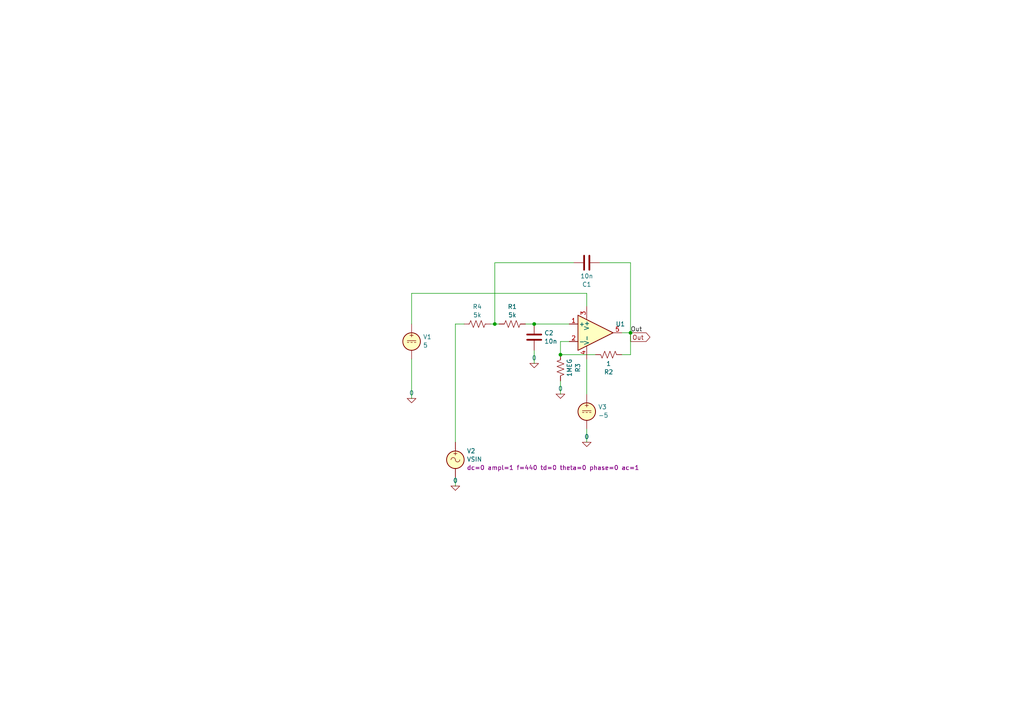
<source format=kicad_sch>
(kicad_sch (version 20231120) (generator "eeschema") (generator_version "8.0")
  (paper "A4")
  (lib_symbols
    (symbol "Device:C" (pin_numbers hide) (pin_names (offset 0.254))
      (property "Reference" "C" (at 0.635 2.54 0))
      (property "Value" "C" (at 0.635 -2.54 0))
      (symbol "C_0_1"
        (polyline (pts (xy -2.032 -0.762) (xy 2.032 -0.762)) (stroke (width 0.508)))
        (polyline (pts (xy -2.032 0.762) (xy 2.032 0.762)) (stroke (width 0.508)))
      )
      (symbol "C_1_1"
        (pin passive line (at 0 3.81 270) (length 2.794) (name "~") (number "1"))
        (pin passive line (at 0 -3.81 90) (length 2.794) (name "~") (number "2"))
      )
    )
    (symbol "Device:R_US" (pin_numbers hide) (pin_names (offset 0))
      (property "Reference" "R" (at 2.54 0 90))
      (property "Value" "R_US" (at -2.54 0 90))
      (symbol "R_US_0_1"
        (polyline (pts (xy 0 -2.286) (xy 0 -2.54)))
        (polyline (pts (xy 0 2.286) (xy 0 2.54)))
        (polyline (pts (xy 0 -0.762) (xy 1.016 -1.143) (xy 0 -1.524) (xy -1.016 -1.905) (xy 0 -2.286)))
        (polyline (pts (xy 0 0.762) (xy 1.016 0.381) (xy 0 0) (xy -1.016 -0.381) (xy 0 -0.762)))
        (polyline (pts (xy 0 2.286) (xy 1.016 1.905) (xy 0 1.524) (xy -1.016 1.143) (xy 0 0.762)))
      )
      (symbol "R_US_1_1"
        (pin passive line (at 0 3.81 270) (length 1.27) (name "~") (number "1"))
        (pin passive line (at 0 -3.81 90) (length 1.27) (name "~") (number "2"))
      )
    )
    (symbol "Simulation_SPICE:0" (power) (pin_numbers hide) (pin_names (offset 0) hide)
      (property "Value" "0" (at 0 -2.54 0))
      (symbol "0_0_1"
        (polyline (pts (xy -1.27 0) (xy 0 -1.27) (xy 1.27 0) (xy -1.27 0)))
      )
      (symbol "0_1_1"
        (pin power_in line (at 0 0 0) (length 0) (name "~") (number "1"))
      )
    )
    (symbol "Simulation_SPICE:OPAMP" (pin_names (offset 0.254))
      (property "Reference" "U" (at 3.81 3.175 0))
      (property "Value" "${SIM.PARAMS}" (at 3.81 -3.175 0))
      (symbol "OPAMP_0_1"
        (polyline (pts (xy 5.08 0) (xy -5.08 5.08) (xy -5.08 -5.08) (xy 5.08 0)) (stroke (width 0.254)) (fill (type background)))
      )
      (symbol "OPAMP_1_1"
        (pin input line (at -7.62 2.54 0) (length 2.54) (name "+") (number "1"))
        (pin input line (at -7.62 -2.54 0) (length 2.54) (name "-") (number "2"))
        (pin power_in line (at -2.54 7.62 270) (length 3.81) (name "V+") (number "3"))
        (pin power_in line (at -2.54 -7.62 90) (length 3.81) (name "V-") (number "4"))
        (pin output line (at 7.62 0 180) (length 2.54) (name "~") (number "5"))
      )
    )
    (symbol "Simulation_SPICE:VDC" (pin_numbers hide) (pin_names (offset 0.0254))
      (property "Reference" "V" (at 2.54 2.54 0))
      (property "Value" "1" (at 2.54 0 0))
      (symbol "VDC_0_0"
        (polyline (pts (xy -1.27 0.254) (xy 1.27 0.254)))
        (polyline (pts (xy -0.762 -0.254) (xy -1.27 -0.254)))
        (polyline (pts (xy 0.254 -0.254) (xy -0.254 -0.254)))
        (polyline (pts (xy 1.27 -0.254) (xy 0.762 -0.254)))
        (text "+" (at 0 1.905 0) (effects (font (size 1.27 1.27))))
      )
      (symbol "VDC_0_1"
        (circle (center 0 0) (radius 2.54) (stroke (width 0.254)) (fill (type background)))
      )
      (symbol "VDC_1_1"
        (pin passive line (at 0 5.08 270) (length 2.54) (name "~") (number "1"))
        (pin passive line (at 0 -5.08 90) (length 2.54) (name "~") (number "2"))
      )
    )
    (symbol "Simulation_SPICE:VSIN" (pin_numbers hide) (pin_names (offset 0.0254))
      (property "Reference" "V" (at 2.54 2.54 0))
      (property "Value" "VSIN" (at 2.54 0 0))
      (property "Sim.Params" "dc=0 ampl=1 f=1k ac=1" (at 2.54 -2.54 0))
      (symbol "VSIN_0_0"
        (arc (start 0 0) (mid -0.635 0.6323) (end -1.27 0))
        (arc (start 0 0) (mid 0.635 -0.6323) (end 1.27 0))
        (text "+" (at 0 1.905 0) (effects (font (size 1.27 1.27))))
      )
      (symbol "VSIN_0_1"
        (circle (center 0 0) (radius 2.54) (stroke (width 0.254)) (fill (type background)))
      )
      (symbol "VSIN_1_1"
        (pin passive line (at 0 5.08 270) (length 2.54) (name "~") (number "1"))
        (pin passive line (at 0 -5.08 90) (length 2.54) (name "~") (number "2"))
      )
    )
  )
  (junction (at 154.94 93.98))
  (junction (at 143.51 93.98))
  (junction (at 162.56 102.87))
  (junction (at 182.88 96.52))
  (wire (pts (xy 165.1 99.06) (xy 162.56 99.06)))
  (wire (pts (xy 119.38 104.14) (xy 119.38 115.57)))
  (wire (pts (xy 119.38 85.09) (xy 119.38 93.98)))
  (wire (pts (xy 154.94 93.98) (xy 165.1 93.98)))
  (wire (pts (xy 143.51 76.2) (xy 143.51 93.98)))
  (wire (pts (xy 166.37 76.2) (xy 143.51 76.2)))
  (wire (pts (xy 143.51 93.98) (xy 144.78 93.98)))
  (wire (pts (xy 132.08 138.43) (xy 132.08 140.97)))
  (wire (pts (xy 170.18 85.09) (xy 119.38 85.09)))
  (wire (pts (xy 170.18 88.9) (xy 170.18 85.09)))
  (wire (pts (xy 180.34 102.87) (xy 182.88 102.87)))
  (wire (pts (xy 170.18 128.27) (xy 170.18 124.46)))
  (wire (pts (xy 182.88 96.52) (xy 180.34 96.52)))
  (wire (pts (xy 152.4 93.98) (xy 154.94 93.98)))
  (wire (pts (xy 162.56 102.87) (xy 172.72 102.87)))
  (wire (pts (xy 162.56 99.06) (xy 162.56 102.87)))
  (wire (pts (xy 132.08 93.98) (xy 132.08 128.27)))
  (wire (pts (xy 182.88 102.87) (xy 182.88 96.52)))
  (wire (pts (xy 142.24 93.98) (xy 143.51 93.98)))
  (wire (pts (xy 132.08 93.98) (xy 134.62 93.98)))
  (wire (pts (xy 182.88 76.2) (xy 182.88 96.52)))
  (wire (pts (xy 170.18 104.14) (xy 170.18 114.3)))
  (wire (pts (xy 173.99 76.2) (xy 182.88 76.2)))
  (wire (pts (xy 154.94 105.41) (xy 154.94 101.6)))
  (wire (pts (xy 162.56 114.3) (xy 162.56 110.49)))
  (label "Out" (at 182.88 96.52 0))
  (global_label "Out" (shape output) (at 182.88 97.79 0) (property "Intersheetrefs" "${INTERSHEET_REFS}" (effects (hide yes))))
  (symbol (lib_id "Simulation_SPICE:VDC") (at 170.18 119.38 0) (unit 1)
    (property "Reference" "V3" (at 173.482 118.038 0) (effects (justify left)))
    (property "Value" "-5" (at 173.482 120.4623 0) (effects (justify left)))
    (property "Datasheet" "https://ngspice.sourceforge.io/docs/ngspice-html-manual/manual.xhtml#sec_Independent_Sources_for" (effects (hide yes)))
    (property "Description" "Voltage source, DC" (effects (hide yes)))
    (property "Sim.Pins" "1=+ 2=-" (effects (hide yes)))
    (property "Sim.Type" "DC" (effects (hide yes)))
    (property "Sim.Device" "V" (effects (hide yes)))
  )
  (symbol (lib_id "Device:C") (at 170.18 76.2 270) (unit 1)
    (property "Reference" "C1" (at 170.18 82.5035 90))
    (property "Value" "10n" (at 170.18 80.0792 90))
    (property "Description" "Unpolarized capacitor" (effects (hide yes)))
  )
  (symbol (lib_id "Simulation_SPICE:0") (at 162.56 114.3 0) (unit 1)
    (property "Reference" "#GND03" (effects (hide yes)))
    (property "Value" "0" (at 162.56 112.7069 0))
    (property "Datasheet" "https://ngspice.sourceforge.io/docs/ngspice-html-manual/manual.xhtml#subsec_Circuit_elements__device" (effects (hide yes)))
    (property "Description" "0V reference potential for simulation" (effects (hide yes)))
  )
  (symbol (lib_id "Device:C") (at 154.94 97.79 180) (unit 1)
    (property "Reference" "C2" (at 157.861 96.5778 0) (effects (justify right)))
    (property "Value" "10n" (at 157.861 99.0021 0) (effects (justify right)))
    (property "Description" "Unpolarized capacitor" (effects (hide yes)))
  )
  (symbol (lib_id "Simulation_SPICE:VDC") (at 119.38 99.06 0) (unit 1)
    (property "Reference" "V1" (at 122.682 97.718 0) (effects (justify left)))
    (property "Value" "5" (at 122.682 100.1423 0) (effects (justify left)))
    (property "Datasheet" "https://ngspice.sourceforge.io/docs/ngspice-html-manual/manual.xhtml#sec_Independent_Sources_for" (effects (hide yes)))
    (property "Description" "Voltage source, DC" (effects (hide yes)))
    (property "Sim.Pins" "1=+ 2=-" (effects (hide yes)))
    (property "Sim.Type" "DC" (effects (hide yes)))
    (property "Sim.Device" "V" (effects (hide yes)))
  )
  (symbol (lib_id "Simulation_SPICE:0") (at 119.38 115.57 0) (unit 1)
    (property "Reference" "#GND01" (effects (hide yes)))
    (property "Value" "0" (at 119.38 113.9769 0))
    (property "Datasheet" "https://ngspice.sourceforge.io/docs/ngspice-html-manual/manual.xhtml#subsec_Circuit_elements__device" (effects (hide yes)))
    (property "Description" "0V reference potential for simulation" (effects (hide yes)))
  )
  (symbol (lib_id "Simulation_SPICE:VSIN") (at 132.08 133.35 0) (unit 1)
    (property "Reference" "V2" (at 135.382 130.7959 0) (effects (justify left)))
    (property "Value" "VSIN" (at 135.382 133.2202 0) (effects (justify left)))
    (property "Datasheet" "https://ngspice.sourceforge.io/docs/ngspice-html-manual/manual.xhtml#sec_Independent_Sources_for" (effects (hide yes)))
    (property "Description" "Voltage source, sinusoidal" (effects (hide yes)))
    (property "Sim.Pins" "1=+ 2=-" (effects (hide yes)))
    (property "Sim.Params" "dc=0 ampl=1 f=440 td=0 theta=0 phase=0 ac=1" (at 135.382 135.6445 0) (effects (justify left)))
    (property "Sim.Type" "SIN" (effects (hide yes)))
    (property "Sim.Device" "V" (effects (hide yes)))
  )
  (symbol (lib_id "Device:R_US") (at 162.56 106.68 0) (mirror x) (unit 1)
    (property "Reference" "R3" (at 167.5935 106.68 90))
    (property "Value" "1MEG" (at 165.1692 106.68 90))
    (property "Description" "Resistor, US symbol" (effects (hide yes)))
    (property "Sim.Device" "R" (effects (hide yes)))
    (property "Sim.Pins" "1=+ 2=-" (effects (hide yes)))
  )
  (symbol (lib_id "Device:R_US") (at 148.59 93.98 90) (unit 1)
    (property "Reference" "R1" (at 148.59 88.9465 90))
    (property "Value" "5k" (at 148.59 91.3708 90))
    (property "Description" "Resistor, US symbol" (effects (hide yes)))
    (property "Sim.Device" "R" (effects (hide yes)))
    (property "Sim.Pins" "1=+ 2=-" (effects (hide yes)))
  )
  (symbol (lib_id "Simulation_SPICE:0") (at 170.18 128.27 0) (unit 1)
    (property "Reference" "#GND02" (effects (hide yes)))
    (property "Value" "0" (at 170.18 126.6769 0))
    (property "Datasheet" "https://ngspice.sourceforge.io/docs/ngspice-html-manual/manual.xhtml#subsec_Circuit_elements__device" (effects (hide yes)))
    (property "Description" "0V reference potential for simulation" (effects (hide yes)))
  )
  (symbol (lib_id "Simulation_SPICE:0") (at 154.94 105.41 0) (unit 1)
    (property "Reference" "#GND04" (effects (hide yes)))
    (property "Value" "0" (at 154.94 103.8169 0))
    (property "Datasheet" "https://ngspice.sourceforge.io/docs/ngspice-html-manual/manual.xhtml#subsec_Circuit_elements__device" (effects (hide yes)))
    (property "Description" "0V reference potential for simulation" (effects (hide yes)))
  )
  (symbol (lib_id "Device:R_US") (at 138.43 93.98 90) (unit 1)
    (property "Reference" "R4" (at 138.43 88.9465 90))
    (property "Value" "5k" (at 138.43 91.3708 90))
    (property "Description" "Resistor, US symbol" (effects (hide yes)))
    (property "Sim.Device" "R" (effects (hide yes)))
    (property "Sim.Pins" "1=+ 2=-" (effects (hide yes)))
  )
  (symbol (lib_id "Simulation_SPICE:0") (at 132.08 140.97 0) (unit 1)
    (property "Reference" "#GND05" (effects (hide yes)))
    (property "Value" "0" (at 132.08 139.3769 0))
    (property "Datasheet" "https://ngspice.sourceforge.io/docs/ngspice-html-manual/manual.xhtml#subsec_Circuit_elements__device" (effects (hide yes)))
    (property "Description" "0V reference potential for simulation" (effects (hide yes)))
  )
  (symbol (lib_id "Device:R_US") (at 176.53 102.87 90) (mirror x) (unit 1)
    (property "Reference" "R2" (at 176.53 107.9035 90))
    (property "Value" "1" (at 176.53 105.4792 90))
    (property "Description" "Resistor, US symbol" (effects (hide yes)))
    (property "Sim.Device" "R" (effects (hide yes)))
    (property "Sim.Pins" "1=+ 2=-" (effects (hide yes)))
  )
  (symbol (lib_id "Simulation_SPICE:OPAMP") (at 172.72 96.52 0) (unit 1)
    (property "Reference" "U1" (at 179.9432 93.9885 0))
    (property "Value" "${SIM.PARAMS}" (at 179.9432 95.6699 0))
    (property "Datasheet" "https://ngspice.sourceforge.io/docs/ngspice-html-manual/manual.xhtml#sec__SUBCKT_Subcircuits" (effects (hide yes)))
    (property "Description" "Operational amplifier, single, node sequence=1:+ 2:- 3:OUT 4:V+ 5:V-" (effects (hide yes)))
    (property "Sim.Pins" "1=IN+ 2=IN- 3=VCC 4=VEE 5=OUT" (effects (hide yes)))
    (property "Sim.Device" "SUBCKT" (effects (hide yes)))
    (property "Sim.Library" "lm321\\lm321lv.lib" (effects (hide yes)))
    (property "Sim.Name" "LM321LV" (effects (hide yes)))
  )
)
</source>
